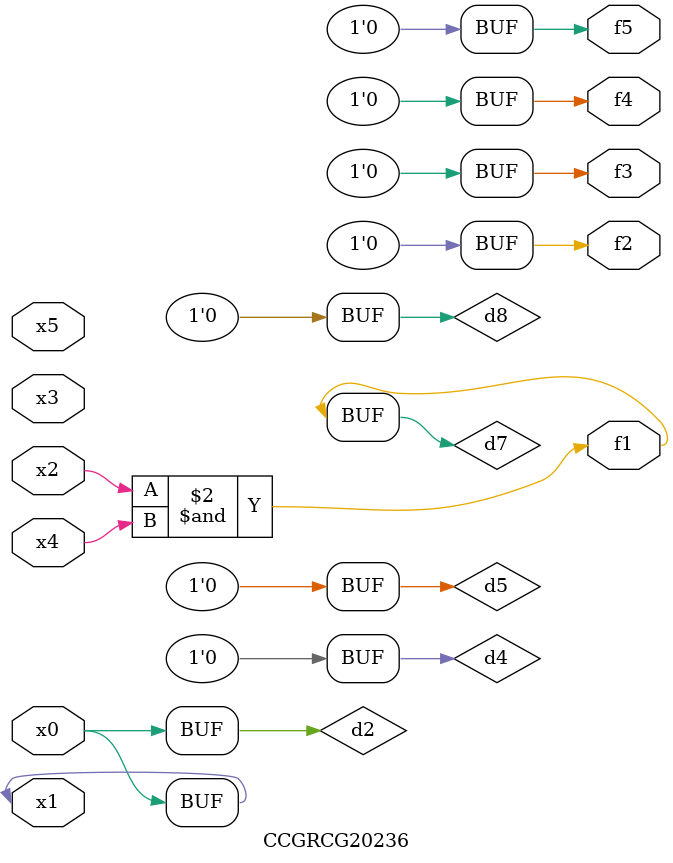
<source format=v>
module CCGRCG20236(
	input x0, x1, x2, x3, x4, x5,
	output f1, f2, f3, f4, f5
);

	wire d1, d2, d3, d4, d5, d6, d7, d8, d9;

	nand (d1, x1);
	buf (d2, x0, x1);
	nand (d3, x2, x4);
	and (d4, d1, d2);
	and (d5, d1, d2);
	nand (d6, d1, d3);
	not (d7, d3);
	xor (d8, d5);
	nor (d9, d5, d6);
	assign f1 = d7;
	assign f2 = d8;
	assign f3 = d8;
	assign f4 = d8;
	assign f5 = d8;
endmodule

</source>
